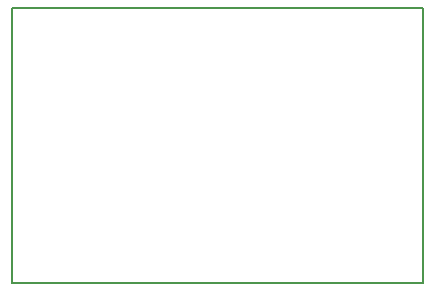
<source format=gm1>
G04 MADE WITH FRITZING*
G04 WWW.FRITZING.ORG*
G04 DOUBLE SIDED*
G04 HOLES PLATED*
G04 CONTOUR ON CENTER OF CONTOUR VECTOR*
%ASAXBY*%
%FSLAX23Y23*%
%MOIN*%
%OFA0B0*%
%SFA1.0B1.0*%
%ADD10R,1.379250X0.924732*%
%ADD11C,0.008000*%
%ADD10C,0.008*%
%LNCONTOUR*%
G90*
G70*
G54D10*
G54D11*
X4Y921D02*
X1375Y921D01*
X1375Y4D01*
X4Y4D01*
X4Y921D01*
D02*
G04 End of contour*
M02*
</source>
